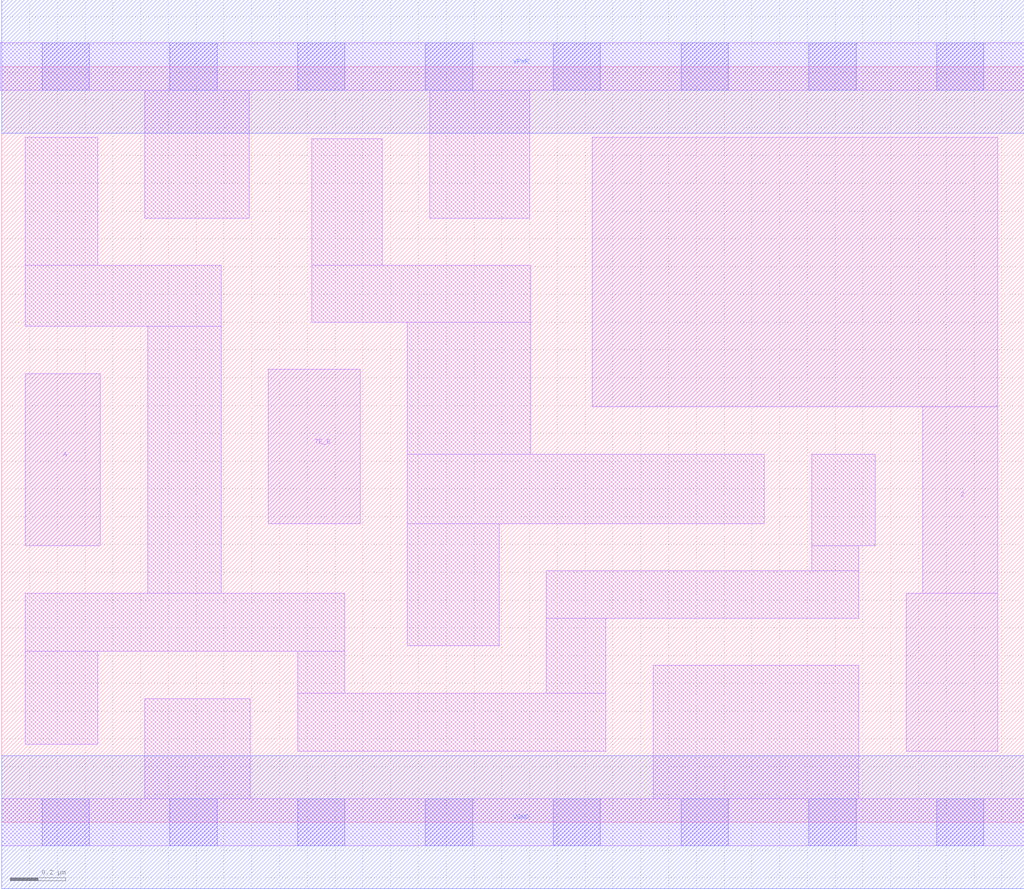
<source format=lef>
# Copyright 2020 The SkyWater PDK Authors
#
# Licensed under the Apache License, Version 2.0 (the "License");
# you may not use this file except in compliance with the License.
# You may obtain a copy of the License at
#
#     https://www.apache.org/licenses/LICENSE-2.0
#
# Unless required by applicable law or agreed to in writing, software
# distributed under the License is distributed on an "AS IS" BASIS,
# WITHOUT WARRANTIES OR CONDITIONS OF ANY KIND, either express or implied.
# See the License for the specific language governing permissions and
# limitations under the License.
#
# SPDX-License-Identifier: Apache-2.0

VERSION 5.7 ;
BUSBITCHARS "[]" ;
DIVIDERCHAR "/" ;
PROPERTYDEFINITIONS
  MACRO maskLayoutSubType STRING ;
  MACRO prCellType STRING ;
  MACRO originalViewName STRING ;
END PROPERTYDEFINITIONS
MACRO sky130_fd_sc_hdll__ebufn_1
  ORIGIN  0.000000  0.000000 ;
  CLASS CORE ;
  SYMMETRY X Y R90 ;
  SIZE  3.680000 BY  2.720000 ;
  SITE unithd ;
  PIN A
    ANTENNAGATEAREA  0.178200 ;
    DIRECTION INPUT ;
    USE SIGNAL ;
    PORT
      LAYER li1 ;
        RECT 0.085000 0.995000 0.355000 1.615000 ;
    END
  END A
  PIN TE_B
    ANTENNAGATEAREA  0.358200 ;
    DIRECTION INPUT ;
    USE SIGNAL ;
    PORT
      LAYER li1 ;
        RECT 0.960000 1.075000 1.290000 1.630000 ;
    END
  END TE_B
  PIN Z
    ANTENNADIFFAREA  0.700500 ;
    DIRECTION OUTPUT ;
    USE SIGNAL ;
    PORT
      LAYER li1 ;
        RECT 2.125000 1.495000 3.585000 2.465000 ;
        RECT 3.255000 0.255000 3.585000 0.825000 ;
        RECT 3.315000 0.825000 3.585000 1.495000 ;
    END
  END Z
  PIN VGND
    DIRECTION INOUT ;
    USE GROUND ;
    PORT
      LAYER met1 ;
        RECT 0.000000 -0.240000 3.680000 0.240000 ;
    END
  END VGND
  PIN VNB
    DIRECTION INOUT ;
    USE GROUND ;
    PORT
    END
  END VNB
  PIN VPB
    DIRECTION INOUT ;
    USE POWER ;
    PORT
    END
  END VPB
  PIN VPWR
    DIRECTION INOUT ;
    USE POWER ;
    PORT
      LAYER met1 ;
        RECT 0.000000 2.480000 3.680000 2.960000 ;
    END
  END VPWR
  OBS
    LAYER li1 ;
      RECT -0.005000  2.635000 3.680000 2.805000 ;
      RECT  0.000000 -0.085000 3.680000 0.085000 ;
      RECT  0.085000  0.280000 0.345000 0.615000 ;
      RECT  0.085000  0.615000 1.235000 0.825000 ;
      RECT  0.085000  1.785000 0.790000 2.005000 ;
      RECT  0.085000  2.005000 0.345000 2.465000 ;
      RECT  0.515000  0.085000 0.895000 0.445000 ;
      RECT  0.515000  2.175000 0.890000 2.635000 ;
      RECT  0.525000  0.825000 0.790000 1.785000 ;
      RECT  1.065000  0.255000 2.175000 0.465000 ;
      RECT  1.065000  0.465000 1.235000 0.615000 ;
      RECT  1.115000  1.800000 1.905000 2.005000 ;
      RECT  1.115000  2.005000 1.370000 2.460000 ;
      RECT  1.460000  0.635000 1.790000 1.075000 ;
      RECT  1.460000  1.075000 2.745000 1.325000 ;
      RECT  1.460000  1.325000 1.905000 1.800000 ;
      RECT  1.540000  2.175000 1.900000 2.635000 ;
      RECT  1.960000  0.465000 2.175000 0.735000 ;
      RECT  1.960000  0.735000 3.085000 0.905000 ;
      RECT  2.345000  0.085000 3.085000 0.565000 ;
      RECT  2.915000  0.905000 3.085000 0.995000 ;
      RECT  2.915000  0.995000 3.145000 1.325000 ;
    LAYER mcon ;
      RECT 0.145000 -0.085000 0.315000 0.085000 ;
      RECT 0.145000  2.635000 0.315000 2.805000 ;
      RECT 0.605000 -0.085000 0.775000 0.085000 ;
      RECT 0.605000  2.635000 0.775000 2.805000 ;
      RECT 1.065000 -0.085000 1.235000 0.085000 ;
      RECT 1.065000  2.635000 1.235000 2.805000 ;
      RECT 1.525000 -0.085000 1.695000 0.085000 ;
      RECT 1.525000  2.635000 1.695000 2.805000 ;
      RECT 1.985000 -0.085000 2.155000 0.085000 ;
      RECT 1.985000  2.635000 2.155000 2.805000 ;
      RECT 2.445000 -0.085000 2.615000 0.085000 ;
      RECT 2.445000  2.635000 2.615000 2.805000 ;
      RECT 2.905000 -0.085000 3.075000 0.085000 ;
      RECT 2.905000  2.635000 3.075000 2.805000 ;
      RECT 3.365000 -0.085000 3.535000 0.085000 ;
      RECT 3.365000  2.635000 3.535000 2.805000 ;
  END
  PROPERTY maskLayoutSubType "abstract" ;
  PROPERTY prCellType "standard" ;
  PROPERTY originalViewName "layout" ;
END sky130_fd_sc_hdll__ebufn_1
END LIBRARY

</source>
